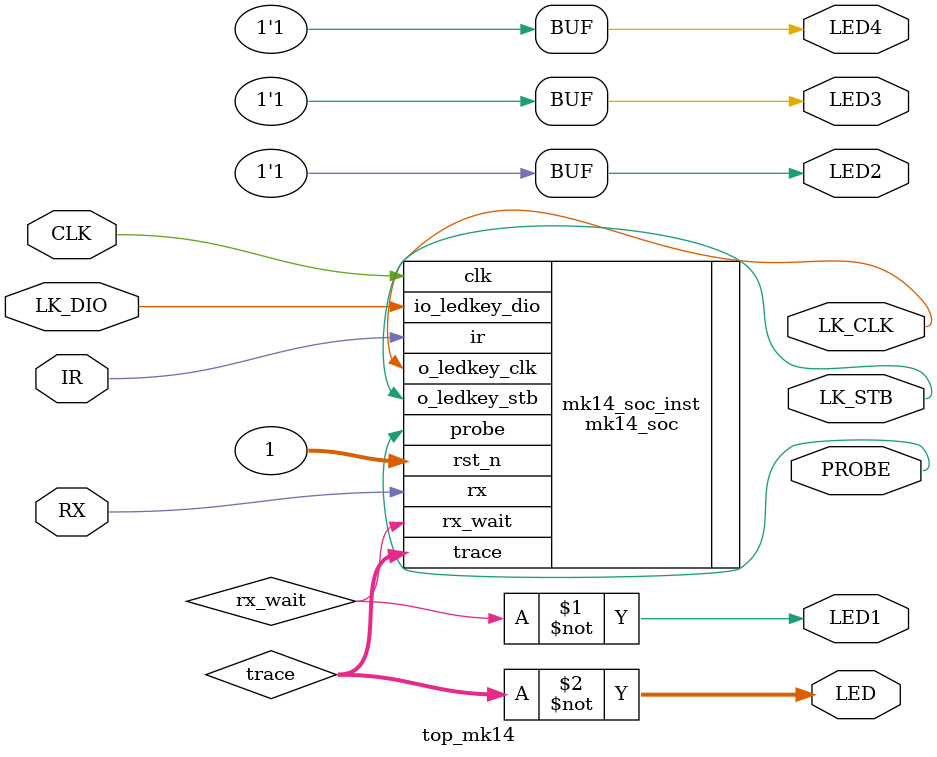
<source format=sv>
`default_nettype none
`timescale 1ns / 1ps

module top_mk14
(
	input wire logic CLK,
	output logic [7:0] LED,
	output logic LED1,
	output logic LED2,
	output logic LED3,
	output logic LED4,

	output logic PROBE,

	output logic LK_CLK,
	output logic LK_STB,
	inout  wire  LK_DIO,

	input wire IR,

	input wire RX
);

localparam CLOCK_FREQ_MHZ = 12;

localparam ROM_INIT_F		= "../programs/SCIOS_Version_2.mem";
localparam STD_RAM_INIT_F	= "../ext_ram.mem";
//localparam STD_RAM_INIT_F	= "../programs/collatz.mem";
//localparam STD_RAM_INIT_F	= "../programs/clock.mem";
localparam EXT_RAM_INIT_F	= "../ext_ram.mem";

//// Reset emulation for ice40
/*
logic [22:0] reset_counter = 0;
logic rst_n = &reset_counter;

always @(posedge CLK) begin
	if (!rst_n)
		reset_counter <= reset_counter + 1;
end
*/
logic [7:0] trace;
logic rx_wait;


assign {LED2, LED3, LED4} = ~0;
assign LED1 = ~rx_wait;
assign LED = ~trace;

mk14_soc #(
	.CLOCK_FREQ_MHZ(CLOCK_FREQ_MHZ),
	.ROM_INIT_F(ROM_INIT_F),
	.STD_RAM_INIT_F(STD_RAM_INIT_F),
	.EXT_RAM_INIT_F(EXT_RAM_INIT_F)
)
mk14_soc_inst (
	.rst_n(1),
	.clk(CLK),
	.trace,
	.probe(PROBE),
	.o_ledkey_clk(LK_CLK),
	.o_ledkey_stb(LK_STB),
	.io_ledkey_dio(LK_DIO),
	.ir(IR),
	.rx(RX),
	.rx_wait
);

endmodule

</source>
